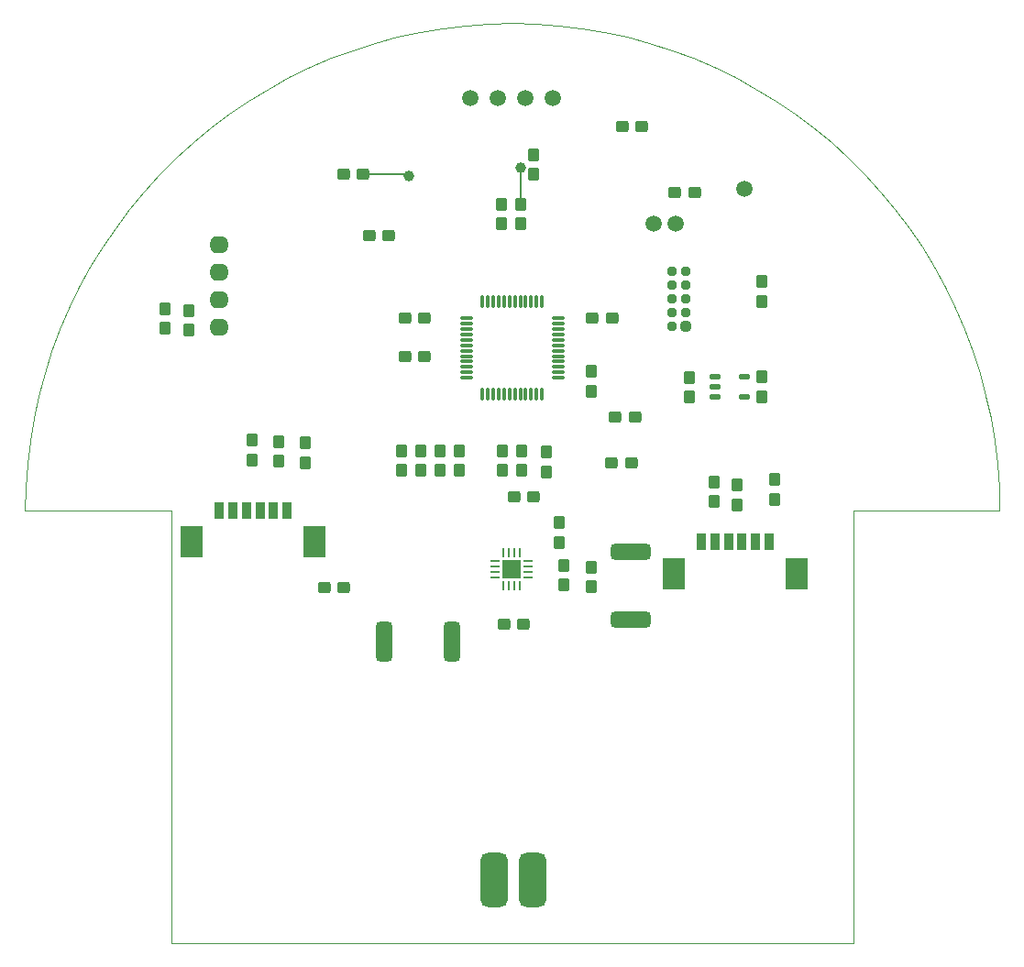
<source format=gtl>
%FSLAX25Y25*%
%MOIN*%
G70*
G01*
G75*
G04 Layer_Physical_Order=1*
G04 Layer_Color=255*
%ADD10R,0.03189X0.06299*%
%ADD11R,0.08268X0.11811*%
G04:AMPARAMS|DCode=12|XSize=98.43mil|YSize=196.85mil|CornerRadius=24.61mil|HoleSize=0mil|Usage=FLASHONLY|Rotation=180.000|XOffset=0mil|YOffset=0mil|HoleType=Round|Shape=RoundedRectangle|*
%AMROUNDEDRECTD12*
21,1,0.09843,0.14764,0,0,180.0*
21,1,0.04921,0.19685,0,0,180.0*
1,1,0.04921,-0.02461,0.07382*
1,1,0.04921,0.02461,0.07382*
1,1,0.04921,0.02461,-0.07382*
1,1,0.04921,-0.02461,-0.07382*
%
%ADD12ROUNDEDRECTD12*%
%ADD13C,0.05906*%
%ADD14R,0.07087X0.07087*%
%ADD15O,0.00984X0.03543*%
%ADD16O,0.03543X0.00984*%
G04:AMPARAMS|DCode=17|XSize=11.81mil|YSize=47.24mil|CornerRadius=2.95mil|HoleSize=0mil|Usage=FLASHONLY|Rotation=180.000|XOffset=0mil|YOffset=0mil|HoleType=Round|Shape=RoundedRectangle|*
%AMROUNDEDRECTD17*
21,1,0.01181,0.04134,0,0,180.0*
21,1,0.00591,0.04724,0,0,180.0*
1,1,0.00591,-0.00295,0.02067*
1,1,0.00591,0.00295,0.02067*
1,1,0.00591,0.00295,-0.02067*
1,1,0.00591,-0.00295,-0.02067*
%
%ADD17ROUNDEDRECTD17*%
G04:AMPARAMS|DCode=18|XSize=11.81mil|YSize=47.24mil|CornerRadius=2.95mil|HoleSize=0mil|Usage=FLASHONLY|Rotation=90.000|XOffset=0mil|YOffset=0mil|HoleType=Round|Shape=RoundedRectangle|*
%AMROUNDEDRECTD18*
21,1,0.01181,0.04134,0,0,90.0*
21,1,0.00591,0.04724,0,0,90.0*
1,1,0.00591,0.02067,0.00295*
1,1,0.00591,0.02067,-0.00295*
1,1,0.00591,-0.02067,-0.00295*
1,1,0.00591,-0.02067,0.00295*
%
%ADD18ROUNDEDRECTD18*%
G04:AMPARAMS|DCode=19|XSize=145.67mil|YSize=59.06mil|CornerRadius=14.76mil|HoleSize=0mil|Usage=FLASHONLY|Rotation=270.000|XOffset=0mil|YOffset=0mil|HoleType=Round|Shape=RoundedRectangle|*
%AMROUNDEDRECTD19*
21,1,0.14567,0.02953,0,0,270.0*
21,1,0.11614,0.05906,0,0,270.0*
1,1,0.02953,-0.01476,-0.05807*
1,1,0.02953,-0.01476,0.05807*
1,1,0.02953,0.01476,0.05807*
1,1,0.02953,0.01476,-0.05807*
%
%ADD19ROUNDEDRECTD19*%
G04:AMPARAMS|DCode=20|XSize=145.67mil|YSize=59.06mil|CornerRadius=14.76mil|HoleSize=0mil|Usage=FLASHONLY|Rotation=180.000|XOffset=0mil|YOffset=0mil|HoleType=Round|Shape=RoundedRectangle|*
%AMROUNDEDRECTD20*
21,1,0.14567,0.02953,0,0,180.0*
21,1,0.11614,0.05906,0,0,180.0*
1,1,0.02953,-0.05807,0.01476*
1,1,0.02953,0.05807,0.01476*
1,1,0.02953,0.05807,-0.01476*
1,1,0.02953,-0.05807,-0.01476*
%
%ADD20ROUNDEDRECTD20*%
G04:AMPARAMS|DCode=21|XSize=41.34mil|YSize=47.24mil|CornerRadius=10.34mil|HoleSize=0mil|Usage=FLASHONLY|Rotation=270.000|XOffset=0mil|YOffset=0mil|HoleType=Round|Shape=RoundedRectangle|*
%AMROUNDEDRECTD21*
21,1,0.04134,0.02658,0,0,270.0*
21,1,0.02067,0.04724,0,0,270.0*
1,1,0.02067,-0.01329,-0.01034*
1,1,0.02067,-0.01329,0.01034*
1,1,0.02067,0.01329,0.01034*
1,1,0.02067,0.01329,-0.01034*
%
%ADD21ROUNDEDRECTD21*%
G04:AMPARAMS|DCode=22|XSize=41.34mil|YSize=47.24mil|CornerRadius=10.34mil|HoleSize=0mil|Usage=FLASHONLY|Rotation=180.000|XOffset=0mil|YOffset=0mil|HoleType=Round|Shape=RoundedRectangle|*
%AMROUNDEDRECTD22*
21,1,0.04134,0.02658,0,0,180.0*
21,1,0.02067,0.04724,0,0,180.0*
1,1,0.02067,-0.01034,0.01329*
1,1,0.02067,0.01034,0.01329*
1,1,0.02067,0.01034,-0.01329*
1,1,0.02067,-0.01034,-0.01329*
%
%ADD22ROUNDEDRECTD22*%
G04:AMPARAMS|DCode=23|XSize=21.65mil|YSize=39.37mil|CornerRadius=5.41mil|HoleSize=0mil|Usage=FLASHONLY|Rotation=270.000|XOffset=0mil|YOffset=0mil|HoleType=Round|Shape=RoundedRectangle|*
%AMROUNDEDRECTD23*
21,1,0.02165,0.02854,0,0,270.0*
21,1,0.01083,0.03937,0,0,270.0*
1,1,0.01083,-0.01427,-0.00541*
1,1,0.01083,-0.01427,0.00541*
1,1,0.01083,0.01427,0.00541*
1,1,0.01083,0.01427,-0.00541*
%
%ADD23ROUNDEDRECTD23*%
%ADD24C,0.00787*%
%ADD25C,0.00394*%
%ADD26O,0.07087X0.06299*%
G04:AMPARAMS|DCode=27|XSize=37.4mil|YSize=37.4mil|CornerRadius=9.35mil|HoleSize=0mil|Usage=FLASHONLY|Rotation=90.000|XOffset=0mil|YOffset=0mil|HoleType=Round|Shape=RoundedRectangle|*
%AMROUNDEDRECTD27*
21,1,0.03740,0.01870,0,0,90.0*
21,1,0.01870,0.03740,0,0,90.0*
1,1,0.01870,0.00935,0.00935*
1,1,0.01870,0.00935,-0.00935*
1,1,0.01870,-0.00935,-0.00935*
1,1,0.01870,-0.00935,0.00935*
%
%ADD27ROUNDEDRECTD27*%
%ADD28C,0.03740*%
%ADD29C,0.01969*%
%ADD30C,0.03937*%
D10*
X-81890Y157559D02*
D03*
X-86811D02*
D03*
X-96653D02*
D03*
X-106496D02*
D03*
X-101575D02*
D03*
X-91732D02*
D03*
X93405Y145945D02*
D03*
X88484D02*
D03*
X78642D02*
D03*
X68799D02*
D03*
X73721D02*
D03*
X83563D02*
D03*
D11*
X-116535Y146142D02*
D03*
X-71850D02*
D03*
X58760Y134528D02*
D03*
X103445D02*
D03*
D12*
X-6476Y23031D02*
D03*
X7303D02*
D03*
D13*
X51378Y261910D02*
D03*
X59301Y261811D02*
D03*
X84350Y274508D02*
D03*
X-4587Y23031D02*
D03*
X5413D02*
D03*
X-15197Y307480D02*
D03*
X-5197D02*
D03*
X4803D02*
D03*
X14803D02*
D03*
D14*
X-197Y136122D02*
D03*
D15*
X-3150Y142126D02*
D03*
X-1181D02*
D03*
X787D02*
D03*
X2756D02*
D03*
Y130118D02*
D03*
X787D02*
D03*
X-1181D02*
D03*
X-3150D02*
D03*
D16*
X5807Y139075D02*
D03*
Y137106D02*
D03*
Y135138D02*
D03*
Y133169D02*
D03*
X-6201D02*
D03*
Y135138D02*
D03*
Y137106D02*
D03*
Y139075D02*
D03*
D17*
X-10827Y233268D02*
D03*
X-8858D02*
D03*
X-6890D02*
D03*
X-4921D02*
D03*
X-2953D02*
D03*
X984D02*
D03*
X2953D02*
D03*
X4921D02*
D03*
X6890D02*
D03*
X8858D02*
D03*
X10827D02*
D03*
Y199803D02*
D03*
X8858D02*
D03*
X6890D02*
D03*
X4921D02*
D03*
X2953D02*
D03*
X984D02*
D03*
X-984D02*
D03*
X-2953D02*
D03*
X-4921D02*
D03*
X-6890D02*
D03*
X-8858D02*
D03*
X-10827D02*
D03*
X-984Y233268D02*
D03*
D18*
X16732Y227362D02*
D03*
Y225394D02*
D03*
Y223425D02*
D03*
Y221457D02*
D03*
Y219488D02*
D03*
Y217520D02*
D03*
Y213583D02*
D03*
Y209646D02*
D03*
Y207677D02*
D03*
Y205709D02*
D03*
X-16732D02*
D03*
Y207677D02*
D03*
Y209646D02*
D03*
Y211614D02*
D03*
Y213583D02*
D03*
Y215551D02*
D03*
Y217520D02*
D03*
Y219488D02*
D03*
Y221457D02*
D03*
Y223425D02*
D03*
Y225394D02*
D03*
Y227362D02*
D03*
X16732Y215551D02*
D03*
Y211614D02*
D03*
D19*
X-46555Y109646D02*
D03*
X-21949D02*
D03*
D20*
X43012Y142520D02*
D03*
Y117913D02*
D03*
D21*
X66339Y273228D02*
D03*
X59252D02*
D03*
X-61319Y279823D02*
D03*
X-54232D02*
D03*
X689Y162402D02*
D03*
X7776D02*
D03*
X-61122Y129528D02*
D03*
X-68209D02*
D03*
X44685Y191437D02*
D03*
X37598D02*
D03*
X-44783Y257480D02*
D03*
X-51870D02*
D03*
X-31890Y213583D02*
D03*
X-38976D02*
D03*
X-31791Y227362D02*
D03*
X-38878D02*
D03*
X29232D02*
D03*
X36319D02*
D03*
X4134Y115945D02*
D03*
X-2953D02*
D03*
X43307Y174803D02*
D03*
X36220D02*
D03*
X39961Y296949D02*
D03*
X47047D02*
D03*
D22*
X-40256Y171949D02*
D03*
Y179035D02*
D03*
X-33169Y171949D02*
D03*
Y179035D02*
D03*
X-26280Y171949D02*
D03*
Y179035D02*
D03*
X-19390Y171949D02*
D03*
Y179035D02*
D03*
X-3445Y172047D02*
D03*
Y179134D02*
D03*
X3543Y172047D02*
D03*
Y179134D02*
D03*
X-3937Y268799D02*
D03*
Y261713D02*
D03*
X-84941Y175295D02*
D03*
Y182382D02*
D03*
X81693Y166634D02*
D03*
Y159547D02*
D03*
X-75197Y174902D02*
D03*
Y181988D02*
D03*
X95472Y168602D02*
D03*
Y161516D02*
D03*
X17126Y145866D02*
D03*
Y152953D02*
D03*
X18602Y137402D02*
D03*
Y130315D02*
D03*
X28642Y136811D02*
D03*
Y129724D02*
D03*
X3051Y261713D02*
D03*
Y268799D02*
D03*
X7874Y279823D02*
D03*
Y286909D02*
D03*
X28642Y200886D02*
D03*
Y207972D02*
D03*
X90650Y233563D02*
D03*
Y240650D02*
D03*
X-94685Y182972D02*
D03*
Y175886D02*
D03*
X73524Y167815D02*
D03*
Y160728D02*
D03*
X12402Y178642D02*
D03*
Y171555D02*
D03*
X90847Y206004D02*
D03*
Y198917D02*
D03*
X64370Y205709D02*
D03*
Y198622D02*
D03*
X-126181Y230807D02*
D03*
Y223721D02*
D03*
X-117717Y223031D02*
D03*
Y230118D02*
D03*
D23*
X84350Y206201D02*
D03*
Y198721D02*
D03*
X73721D02*
D03*
Y202461D02*
D03*
Y206201D02*
D03*
D24*
X-38583Y279823D02*
X-37697Y278937D01*
X-54232Y279823D02*
X-38583D01*
X3051Y268799D02*
Y282087D01*
D25*
X124016Y157480D02*
X177165Y157480D01*
X124016Y0D02*
Y157480D01*
X-124016Y-0D02*
X124016Y0D01*
X-124016Y-0D02*
Y157480D01*
X-177165Y157480D02*
X-124016Y157480D01*
X-177165Y157480D02*
X-176965Y165910D01*
X-176363Y174321D01*
X-175362Y182694D01*
X-173964Y191009D01*
X-172171Y199249D01*
X-169989Y207394D01*
X-167421Y215425D01*
X-164475Y223326D01*
X-161155Y231077D01*
X-157471Y238662D01*
X-153430Y246063D01*
X-149041Y253263D01*
X-144315Y260246D01*
X-139261Y266997D01*
X-133893Y273499D01*
X-128221Y279738D01*
X-122258Y285701D01*
X-116019Y291373D01*
X-109517Y296742D01*
X-102766Y301795D01*
X-95783Y306521D01*
X-88583Y310910D01*
X-81182Y314951D01*
X-73597Y318636D01*
X-65846Y321955D01*
X-57945Y324902D01*
X-49913Y327469D01*
X-41768Y329652D01*
X-33529Y331444D01*
X-25213Y332842D01*
X-16841Y333843D01*
X-8430Y334445D01*
X-0Y334646D01*
X8430Y334445D01*
X16841Y333843D01*
X25213Y332842D01*
X33529Y331444D01*
X41768Y329652D01*
X49913Y327469D01*
X57945Y324902D01*
X65846Y321955D01*
X73597Y318636D01*
X81182Y314951D01*
X88583Y310910D01*
X95783Y306521D01*
X102766Y301795D01*
X109516Y296742D01*
X116019Y291373D01*
X122258Y285701D01*
X128220Y279738D01*
X133893Y273499D01*
X139261Y266997D01*
X144315Y260246D01*
X149041Y253263D01*
X153430Y246063D01*
X157471Y238662D01*
X161155Y231078D01*
X164474Y223326D01*
X167421Y215425D01*
X169989Y207394D01*
X172171Y199249D01*
X173964Y191009D01*
X175362Y182694D01*
X176363Y174321D01*
X176965Y165910D01*
X177165Y157480D01*
D26*
X-106595Y224173D02*
D03*
Y234173D02*
D03*
Y254173D02*
D03*
Y244173D02*
D03*
D27*
X63130Y224350D02*
D03*
D28*
X58130D02*
D03*
X63130Y229350D02*
D03*
Y234350D02*
D03*
X58130Y229350D02*
D03*
Y234350D02*
D03*
X63130Y239350D02*
D03*
Y244350D02*
D03*
X58130Y239350D02*
D03*
Y244350D02*
D03*
D29*
X1969Y133957D02*
D03*
X-2362D02*
D03*
X1969Y138287D02*
D03*
X-2362D02*
D03*
D30*
X-37697Y278937D02*
D03*
X3051Y282087D02*
D03*
M02*

</source>
